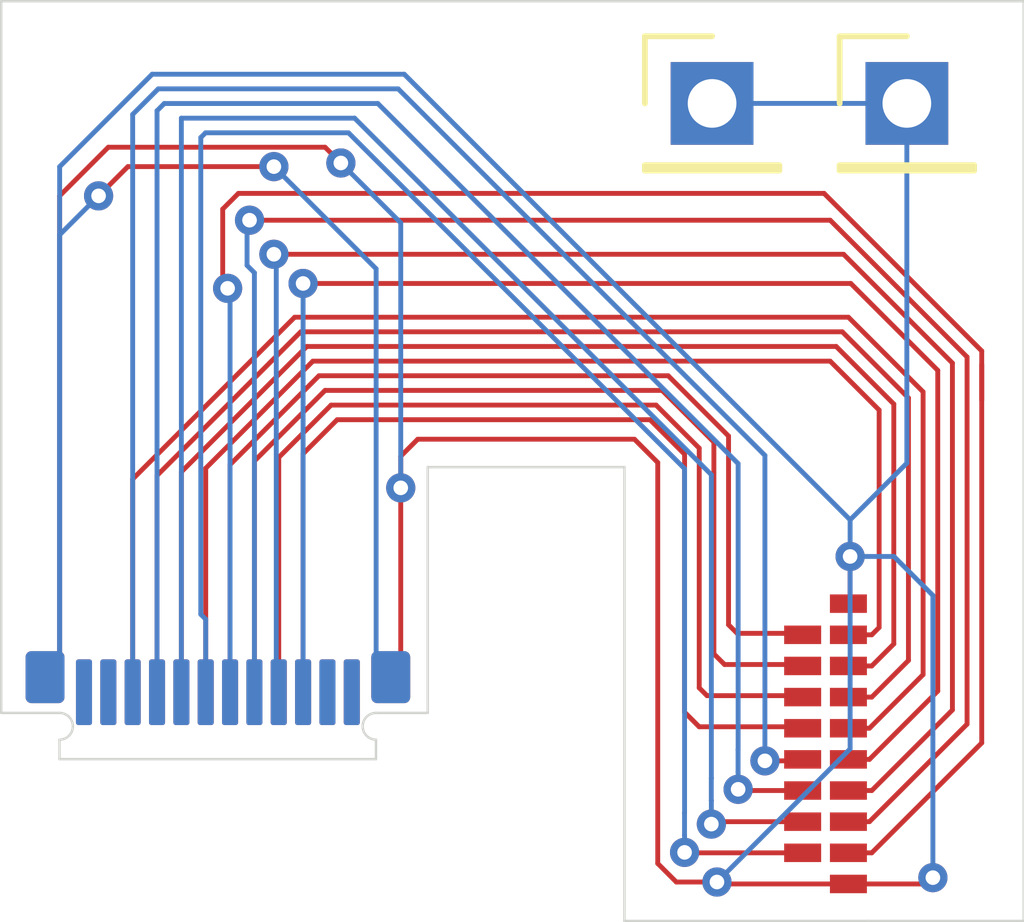
<source format=kicad_pcb>
(kicad_pcb (version 20241229) (generator "pcbnew") (generator_version "9.0")
  (layers (0 "F.Cu" signal) (2 "B.Cu" signal) (13 "F.Paste" user) (15 "B.Paste" user) (5 "F.SilkS" user "F.Silkscreen") (7 "B.SilkS" user "B.Silkscreen") (1 "F.Mask" user) (3 "B.Mask" user) (25 "Edge.Cuts" user))
  (net 0 "")
  (net 1 "GND")
  (net 2 "Net-(J1-Pad4)")
  (net 3 "Net-(J1-Pad11)")
  (net 4 "Net-(J1-Pad6)")
  (net 5 "Net-(J1-Pad9)")
  (net 6 "Net-(J1-Pad14)")
  (net 7 "Net-(J1-Pad0)")
  (net 8 "Net-(J1-Pad12)")
  (net 9 "Net-(J1-Pad7)")
  (net 10 "Net-(J1-Pad10)")
  (net 11 "Net-(J1-Pad3)")
  (net 12 "Net-(J1-Pad13)")
  (net 13 "Net-(J1-Pad1)")
  (net 14 "Net-(J1-Pad15)")
  (net 15 "Net-(J1-Pad5)")
  (net 16 "Net-(J1-Pad2)")
  (net 17 "Net-(J1-Pad8)")
  (footprint "Connector_PinHeader_2.54mm:PinHeader_1x01_P2.54mm_Vertical" (layer "F.Cu") (at 149.2 91.2)
    (property "Reference" "J3" (hide yes))
    (property "Value" "Conn_01x01_Pin" (hide yes))
    (fp_line (start -1.38 -1.38) (end 0 -1.38) (stroke (width 0.12)) (layer "F.SilkS"))
    (fp_line (start -1.38 0) (end -1.38 -1.38) (stroke (width 0.12)) (layer "F.SilkS"))
    (fp_line (start -1.38 1.27) (end -1.38 1.38) (stroke (width 0.12)) (layer "F.SilkS"))
    (fp_line (start -1.38 1.27) (end 1.38 1.27) (stroke (width 0.12)) (layer "F.SilkS"))
    (fp_line (start -1.38 1.38) (end 1.38 1.38) (stroke (width 0.12)) (layer "F.SilkS"))
    (fp_line (start 1.38 1.27) (end 1.38 1.38) (stroke (width 0.12)) (layer "F.SilkS"))
    (pad "1" thru_hole rect (at 0 0) (size 1.7 1.7) (drill 1) (layers "*.Cu" "*.Mask") (net 1 "GND"))
  )
  (footprint "USBPlug:699C124-2A6-111 USB Plug_first half" (layer "F.Cu") (at 134.8 100.3)
    (property "Reference" "U1" (hide yes))
    (property "Value" "~" (hide yes))
    (pad "0" smd roundrect (at -2.5 3) (size 0.33 1.35) (layers "F.Cu" "F.Mask" "F.Paste") (roundrect_rratio 0.1515151515))
    (pad "1" smd roundrect (at -2 3) (size 0.33 1.35) (layers "F.Cu" "F.Mask" "F.Paste") (roundrect_rratio 0.1515151515))
    (pad "2" smd roundrect (at -1.5 3) (size 0.33 1.35) (layers "F.Cu" "F.Mask" "F.Paste") (roundrect_rratio 0.1515151515) (net 7 "Net-(J1-Pad0)"))
    (pad "3" smd roundrect (at -1 3) (size 0.33 1.35) (layers "F.Cu" "F.Mask" "F.Paste") (roundrect_rratio 0.1515151515) (net 13 "Net-(J1-Pad1)"))
    (pad "4" smd roundrect (at -0.5 3) (size 0.33 1.35) (layers "F.Cu" "F.Mask" "F.Paste") (roundrect_rratio 0.1515151515) (net 16 "Net-(J1-Pad2)"))
    (pad "5" smd roundrect (at 0 3) (size 0.33 1.35) (layers "F.Cu" "F.Mask" "F.Paste") (roundrect_rratio 0.1515151515) (net 11 "Net-(J1-Pad3)"))
    (pad "6" smd roundrect (at 0.5 3) (size 0.33 1.35) (layers "F.Cu" "F.Mask" "F.Paste") (roundrect_rratio 0.1515151515) (net 2 "Net-(J1-Pad4)"))
    (pad "7" smd roundrect (at 1 3) (size 0.33 1.35) (layers "F.Cu" "F.Mask" "F.Paste") (roundrect_rratio 0.1515151515) (net 15 "Net-(J1-Pad5)"))
    (pad "8" smd roundrect (at 1.5 3) (size 0.33 1.35) (layers "F.Cu" "F.Mask" "F.Paste") (roundrect_rratio 0.1515151515) (net 4 "Net-(J1-Pad6)"))
    (pad "9" smd roundrect (at 2 3) (size 0.33 1.35) (layers "F.Cu" "F.Mask" "F.Paste") (roundrect_rratio 0.1515151515) (net 9 "Net-(J1-Pad7)"))
    (pad "10" smd roundrect (at 2.5 3) (size 0.33 1.35) (layers "F.Cu" "F.Mask" "F.Paste") (roundrect_rratio 0.1515151515))
    (pad "11" smd roundrect (at 3 3) (size 0.33 1.35) (layers "F.Cu" "F.Mask" "F.Paste") (roundrect_rratio 0.1515151515))
    (pad "24" smd roundrect (at -3 3 180) (size 0.8 1.07) (drill (offset 0.3 0.31)) (layers "F.Cu" "F.Mask" "F.Paste") (roundrect_rratio 0.15) (net 1 "GND"))
    (pad "25" smd roundrect (at 3.5 3) (size 0.8 1.07) (drill (offset 0.3 -0.31)) (layers "F.Cu" "F.Mask" "F.Paste") (roundrect_rratio 0.15) (net 1 "GND"))
  )
  (footprint "Connector_PinHeader_2.54mm:PinHeader_1x01_P2.54mm_Vertical" (layer "F.Cu") (at 145.2 91.2)
    (property "Reference" "J4" (hide yes))
    (property "Value" "Conn_01x01_Pin" (hide yes))
    (fp_line (start -1.38 -1.38) (end 0 -1.38) (stroke (width 0.12)) (layer "F.SilkS"))
    (fp_line (start -1.38 0) (end -1.38 -1.38) (stroke (width 0.12)) (layer "F.SilkS"))
    (fp_line (start -1.38 1.27) (end -1.38 1.38) (stroke (width 0.12)) (layer "F.SilkS"))
    (fp_line (start -1.38 1.27) (end 1.38 1.27) (stroke (width 0.12)) (layer "F.SilkS"))
    (fp_line (start -1.38 1.38) (end 1.38 1.38) (stroke (width 0.12)) (layer "F.SilkS"))
    (fp_line (start 1.38 1.27) (end 1.38 1.38) (stroke (width 0.12)) (layer "F.SilkS"))
    (pad "1" thru_hole rect (at 0 0) (size 1.7 1.7) (drill 1) (layers "*.Cu" "*.Mask") (net 1 "GND"))
  )
  (footprint "18pinOmnetics:CONN18_NPD-18-AA_OMN" (layer "F.Cu") (at 148.94 104.04 90)
    (property "Reference" "J1" (hide yes))
    (property "Value" "A79040-001" (hide yes))
    (pad "0" smd rect (at 0 -0.94 90) (size 0.38 0.76) (layers "F.Cu" "F.Mask" "F.Paste") (net 7 "Net-(J1-Pad0)"))
    (pad "1" smd rect (at 0.64 -0.94 90) (size 0.38 0.76) (layers "F.Cu" "F.Mask" "F.Paste") (net 13 "Net-(J1-Pad1)"))
    (pad "2" smd rect (at 1.28 -0.94 90) (size 0.38 0.76) (layers "F.Cu" "F.Mask" "F.Paste") (net 16 "Net-(J1-Pad2)"))
    (pad "3" smd rect (at 1.92 -0.94 90) (size 0.38 0.76) (layers "F.Cu" "F.Mask" "F.Paste") (net 11 "Net-(J1-Pad3)"))
    (pad "4" smd rect (at 1.92 -1.88 90) (size 0.38 0.76) (layers "F.Cu" "F.Mask" "F.Paste") (net 2 "Net-(J1-Pad4)"))
    (pad "5" smd rect (at 1.28 -1.88 90) (size 0.38 0.76) (layers "F.Cu" "F.Mask" "F.Paste") (net 15 "Net-(J1-Pad5)"))
    (pad "6" smd rect (at 0.64 -1.88 90) (size 0.38 0.76) (layers "F.Cu" "F.Mask" "F.Paste") (net 4 "Net-(J1-Pad6)"))
    (pad "7" smd rect (at 0 -1.88 90) (size 0.38 0.76) (layers "F.Cu" "F.Mask" "F.Paste") (net 9 "Net-(J1-Pad7)"))
    (pad "8" smd rect (at -0.64 -1.88 90) (size 0.38 0.76) (layers "F.Cu" "F.Mask" "F.Paste") (net 17 "Net-(J1-Pad8)"))
    (pad "9" smd rect (at -1.28 -1.88 90) (size 0.38 0.76) (layers "F.Cu" "F.Mask" "F.Paste") (net 5 "Net-(J1-Pad9)"))
    (pad "10" smd rect (at -1.92 -1.88 90) (size 0.38 0.76) (layers "F.Cu" "F.Mask" "F.Paste") (net 10 "Net-(J1-Pad10)"))
    (pad "11" smd rect (at -2.56 -1.88 90) (size 0.38 0.76) (layers "F.Cu" "F.Mask" "F.Paste") (net 3 "Net-(J1-Pad11)"))
    (pad "12" smd rect (at -2.56 -0.94 90) (size 0.38 0.76) (layers "F.Cu" "F.Mask" "F.Paste") (net 8 "Net-(J1-Pad12)"))
    (pad "13" smd rect (at -1.92 -0.94 90) (size 0.38 0.76) (layers "F.Cu" "F.Mask" "F.Paste") (net 12 "Net-(J1-Pad13)"))
    (pad "14" smd rect (at -1.28 -0.94 90) (size 0.38 0.76) (layers "F.Cu" "F.Mask" "F.Paste") (net 6 "Net-(J1-Pad14)"))
    (pad "15" smd rect (at -0.64 -0.94 90) (size 0.38 0.76) (layers "F.Cu" "F.Mask" "F.Paste") (net 14 "Net-(J1-Pad15)"))
    (pad "16" smd rect (at -3.2 -0.94 90) (size 0.38 0.76) (layers "F.Cu" "F.Mask" "F.Paste") (net 1 "GND"))
    (pad "17" smd rect (at 2.56 -0.94 90) (size 0.38 0.76) (layers "F.Cu" "F.Mask" "F.Paste") (net 1 "GND"))
  )
  (footprint "USBPlug:699C124-2A6-111 USB Plug_second half" (layer "B.Cu") (at 134.8 106.3)
    (property "Reference" "U2" (hide yes))
    (property "Value" "~" (hide yes))
    (pad "12" smd roundrect (at -2.5 -3) (size 0.33 1.35) (layers "B.Cu" "B.Mask" "B.Paste") (roundrect_rratio 0.1515151515))
    (pad "13" smd roundrect (at -2 -3) (size 0.33 1.35) (layers "B.Cu" "B.Mask" "B.Paste") (roundrect_rratio 0.1515151515))
    (pad "14" smd roundrect (at -1.5 -3) (size 0.33 1.35) (layers "B.Cu" "B.Mask" "B.Paste") (roundrect_rratio 0.1515151515) (net 17 "Net-(J1-Pad8)"))
    (pad "15" smd roundrect (at -1 -3) (size 0.33 1.35) (layers "B.Cu" "B.Mask" "B.Paste") (roundrect_rratio 0.1515151515) (net 5 "Net-(J1-Pad9)"))
    (pad "16" smd roundrect (at -0.5 -3) (size 0.33 1.35) (layers "B.Cu" "B.Mask" "B.Paste") (roundrect_rratio 0.1515151515) (net 10 "Net-(J1-Pad10)"))
    (pad "17" smd roundrect (at 0 -3) (size 0.33 1.35) (layers "B.Cu" "B.Mask" "B.Paste") (roundrect_rratio 0.1515151515) (net 3 "Net-(J1-Pad11)"))
    (pad "18" smd roundrect (at 0.5 -3) (size 0.33 1.35) (layers "B.Cu" "B.Mask" "B.Paste") (roundrect_rratio 0.1515151515) (net 8 "Net-(J1-Pad12)"))
    (pad "19" smd roundrect (at 1 -3) (size 0.33 1.35) (layers "B.Cu" "B.Mask" "B.Paste") (roundrect_rratio 0.1515151515) (net 12 "Net-(J1-Pad13)"))
    (pad "20" smd roundrect (at 1.5 -3) (size 0.33 1.35) (layers "B.Cu" "B.Mask" "B.Paste") (roundrect_rratio 0.1515151515) (net 6 "Net-(J1-Pad14)"))
    (pad "21" smd roundrect (at 2 -3) (size 0.33 1.35) (layers "B.Cu" "B.Mask" "B.Paste") (roundrect_rratio 0.1515151515) (net 14 "Net-(J1-Pad15)"))
    (pad "22" smd roundrect (at 2.5 -3) (size 0.33 1.35) (layers "B.Cu" "B.Mask" "B.Paste") (roundrect_rratio 0.1515151515))
    (pad "23" smd roundrect (at 3 -3) (size 0.33 1.35) (layers "B.Cu" "B.Mask" "B.Paste") (roundrect_rratio 0.1515151515))
    (pad "26" smd roundrect (at -3 -3.3 180) (size 0.8 1.07) (drill (offset 0.3 0.01)) (layers "B.Cu" "B.Mask" "B.Paste") (roundrect_rratio 0.15) (net 1 "GND"))
    (pad "27" smd roundrect (at 3.5 -3.3) (size 0.8 1.07) (drill (offset 0.3 -0.01)) (layers "B.Cu" "B.Mask" "B.Paste") (roundrect_rratio 0.15) (net 1 "GND"))
  )
  (gr_arc (start 138.297 104.27498) (mid 138.025 104) (end 138.3 103.725) (stroke (width 0.05)) (layer "Edge.Cuts"))
  (gr_line (start 130.6 89.1) (end 151.6 89.1) (stroke (width 0.05)) (layer "Edge.Cuts"))
  (gr_line (start 143.4 98.675) (end 143.4 108) (stroke (width 0.05)) (layer "Edge.Cuts"))
  (gr_line (start 139.3595 103.725) (end 139.3595 98.675) (stroke (width 0.05)) (layer "Edge.Cuts"))
  (gr_line (start 138.3 103.725) (end 139.3595 103.725) (stroke (width 0.05)) (layer "Edge.Cuts"))
  (gr_line (start 139.3595 98.675) (end 143.4 98.675) (stroke (width 0.05)) (layer "Edge.Cuts"))
  (gr_line (start 143.4 108) (end 148.4 108) (stroke (width 0.05)) (layer "Edge.Cuts"))
  (gr_line (start 131.797 104.275) (end 131.797 104.675) (stroke (width 0.05)) (layer "Edge.Cuts"))
  (gr_line (start 138.297 104.27498) (end 138.297 104.675) (stroke (width 0.05)) (layer "Edge.Cuts"))
  (gr_arc (start 131.797 103.725) (mid 132.072 104) (end 131.797 104.275) (stroke (width 0.05)) (layer "Edge.Cuts"))
  (gr_line (start 151.6 89.1) (end 151.6 108) (stroke (width 0.05)) (layer "Edge.Cuts"))
  (gr_line (start 148.4 108) (end 151.6 108) (stroke (width 0.05)) (layer "Edge.Cuts"))
  (gr_line (start 138.297 104.675) (end 131.797 104.675) (stroke (width 0.05)) (layer "Edge.Cuts"))
  (gr_line (start 130.6 89.1) (end 130.6 103.725) (stroke (width 0.05)) (layer "Edge.Cuts"))
  (gr_line (start 131.797 103.725) (end 130.6 103.725) (stroke (width 0.05)) (layer "Edge.Cuts"))
  (segment (start 148.035 101.445) (end 148 101.48) (width 0.1) (layer "F.Cu") (net 1))
  (segment (start 139.155268 98.1) (end 143.604232 98.1) (width 0.1) (layer "F.Cu") (net 1))
  (segment (start 144.084 98.579768) (end 144.084 106.819181) (width 0.1) (layer "F.Cu") (net 1))
  (segment (start 138.8055 99.1) (end 138.8055 102.7945) (width 0.1) (layer "F.Cu") (net 1))
  (segment (start 136.2 92.499) (end 133.201 92.499) (width 0.1) (layer "F.Cu") (net 1))
  (segment (start 137.251414 92.1) (end 132.8 92.1) (width 0.1) (layer "F.Cu") (net 1))
  (segment (start 138.3 103.3) (end 138.8085 102.7915) (width 0.1) (layer "F.Cu") (net 1))
  (segment (start 148 107.24) (end 149.605 107.24) (width 0.1) (layer "F.Cu") (net 1))
  (segment (start 149.605 107.24) (end 149.735 107.11) (width 0.1) (layer "F.Cu") (net 1))
  (segment (start 132.8 92.1) (end 131.8 93.1) (width 0.1) (layer "F.Cu") (net 1))
  (segment (start 145.34 107.24) (end 148 107.24) (width 0.1) (layer "F.Cu") (net 1))
  (segment (start 145.3 107.2) (end 145.34 107.24) (width 0.1) (layer "F.Cu") (net 1))
  (segment (start 144.464819 107.2) (end 145.3 107.2) (width 0.1) (layer "F.Cu") (net 1))
  (segment (start 143.604232 98.1) (end 144.084 98.579768) (width 0.1) (layer "F.Cu") (net 1))
  (segment (start 144.084 106.819181) (end 144.464819 107.2) (width 0.1) (layer "F.Cu") (net 1))
  (segment (start 133.201 92.499) (end 132.6 93.1) (width 0.1) (layer "F.Cu") (net 1))
  (segment (start 138.8055 98.449768) (end 139.155268 98.1) (width 0.1) (layer "F.Cu") (net 1))
  (segment (start 138.8055 99.1) (end 138.8055 98.449768) (width 0.1) (layer "F.Cu") (net 1))
  (segment (start 137.575707 92.424293) (end 137.251414 92.1) (width 0.1) (layer "F.Cu") (net 1))
  (segment (start 131.8 93.1) (end 131.8 103.3) (width 0.1) (layer "F.Cu") (net 1))
  (segment (start 138.8055 102.7945) (end 138.3 103.3) (width 0.1) (layer "F.Cu") (net 1))
  (segment (start 148.035 100.51) (end 148.035 101.445) (width 0.1) (layer "F.Cu") (net 1))
  (via (at 149.735 107.11) (size 0.6) (drill 0.3) (layers "F.Cu" "B.Cu") (net 1))
  (via (at 136.2 92.499) (size 0.6) (drill 0.3) (layers "F.Cu" "B.Cu") (net 1))
  (via (at 137.575707 92.424293) (size 0.6) (drill 0.3) (layers "F.Cu" "B.Cu") (net 1))
  (via (at 138.8055 99.1) (size 0.6) (drill 0.3) (layers "F.Cu" "B.Cu") (net 1))
  (via (at 132.6 93.1) (size 0.6) (drill 0.3) (layers "F.Cu" "B.Cu") (net 1))
  (via (at 145.3 107.2) (size 0.6) (drill 0.3) (layers "F.Cu" "B.Cu") (net 1))
  (via (at 148.035 100.51) (size 0.6) (drill 0.3) (layers "F.Cu" "B.Cu") (net 1))
  (segment (start 148.035 99.757479) (end 148.035 100.51) (width 0.1) (layer "B.Cu") (net 1))
  (segment (start 145.2 91.2) (end 149.2 91.2) (width 0.1) (layer "B.Cu") (net 1))
  (segment (start 149.735 107.11) (end 149.735 101.31) (width 0.1) (layer "B.Cu") (net 1))
  (segment (start 148.035 99.757479) (end 149.2 98.592479) (width 0.1) (layer "B.Cu") (net 1))
  (segment (start 133.7 90.6) (end 138.877521 90.6) (width 0.1) (layer "B.Cu") (net 1))
  (segment (start 149.2 98.592479) (end 149.2 91.2) (width 0.1) (layer "B.Cu") (net 1))
  (segment (start 132.6 93.1) (end 131.8 93.9) (width 0.1) (layer "B.Cu") (net 1))
  (segment (start 148.935 100.51) (end 148.035 100.51) (width 0.1) (layer "B.Cu") (net 1))
  (segment (start 131.8 93.9) (end 131.8 103) (width 0.1) (layer "B.Cu") (net 1))
  (segment (start 138.877521 90.6) (end 148.035 99.757479) (width 0.1) (layer "B.Cu") (net 1))
  (segment (start 138.3 94.599) (end 136.2 92.499) (width 0.1) (layer "B.Cu") (net 1))
  (segment (start 138.8055 99.1) (end 138.8055 93.654086) (width 0.1) (layer "B.Cu") (net 1))
  (segment (start 138.8055 93.654086) (end 137.575707 92.424293) (width 0.1) (layer "B.Cu") (net 1))
  (segment (start 131.8 92.5) (end 133.7 90.6) (width 0.1) (layer "B.Cu") (net 1))
  (segment (start 148.035 104.465) (end 148.035 100.51) (width 0.1) (layer "B.Cu") (net 1))
  (segment (start 145.3 107.2) (end 148.035 104.465) (width 0.1) (layer "B.Cu") (net 1))
  (segment (start 138.3 103) (end 138.3 94.599) (width 0.1) (layer "B.Cu") (net 1))
  (segment (start 149.735 101.31) (end 148.935 100.51) (width 0.1) (layer "B.Cu") (net 1))
  (segment (start 131.8 103) (end 131.8 92.5) (width 0.1) (layer "B.Cu") (net 1))
  (segment (start 145.538 101.913) (end 145.715 102.09) (width 0.1) (layer "F.Cu") (net 2))
  (segment (start 144.299034 96.797) (end 145.538 98.035966) (width 0.1) (layer "F.Cu") (net 2))
  (segment (start 137.125966 96.797) (end 144.299034 96.797) (width 0.1) (layer "F.Cu") (net 2))
  (segment (start 145.715 102.09) (end 147.03 102.09) (width 0.1) (layer "F.Cu") (net 2))
  (segment (start 135.3 103.3) (end 135.3 98.622966) (width 0.1) (layer "F.Cu") (net 2))
  (segment (start 147.03 102.09) (end 147.06 102.12) (width 0.1) (layer "F.Cu") (net 2))
  (segment (start 135.3 98.622966) (end 137.125966 96.797) (width 0.1) (layer "F.Cu") (net 2))
  (segment (start 145.538 98.035966) (end 145.538 101.913) (width 0.1) (layer "F.Cu") (net 2))
  (segment (start 144.635 106.590949) (end 144.644051 106.6) (width 0.1) (layer "F.Cu") (net 3))
  (segment (start 144.644051 106.6) (end 147.06 106.6) (width 0.1) (layer "F.Cu") (net 3))
  (via (at 144.635 106.590949) (size 0.6) (drill 0.3) (layers "F.Cu" "B.Cu") (net 3))
  (segment (start 144.635 105.780768) (end 144.634 105.781768) (width 0.1) (layer "B.Cu") (net 3))
  (segment (start 134.699 101.699) (end 134.699 91.901) (width 0.1) (layer "B.Cu") (net 3))
  (segment (start 144.634 105.781768) (end 144.634 106.238232) (width 0.1) (layer "B.Cu") (net 3))
  (segment (start 134.8 101.8) (end 134.699 101.699) (width 0.1) (layer "B.Cu") (net 3))
  (segment (start 144.634 106.238232) (end 144.635 106.239232) (width 0.1) (layer "B.Cu") (net 3))
  (segment (start 134.796 91.804) (end 137.733232 91.804) (width 0.1) (layer "B.Cu") (net 3))
  (segment (start 134.8 103.3) (end 134.8 101.8) (width 0.1) (layer "B.Cu") (net 3))
  (segment (start 144.635 98.705768) (end 144.635 105.780768) (width 0.1) (layer "B.Cu") (net 3))
  (segment (start 144.635 106.239232) (end 144.635 106.590949) (width 0.1) (layer "B.Cu") (net 3))
  (segment (start 134.699 91.901) (end 134.796 91.804) (width 0.1) (layer "B.Cu") (net 3))
  (segment (start 137.733232 91.804) (end 144.635 98.705768) (width 0.1) (layer "B.Cu") (net 3))
  (segment (start 144.936 98.285322) (end 144.936 103.211) (width 0.1) (layer "F.Cu") (net 4))
  (segment (start 136.3 98.474322) (end 137.375322 97.399) (width 0.1) (layer "F.Cu") (net 4))
  (segment (start 137.375322 97.399) (end 144.049678 97.399) (width 0.1) (layer "F.Cu") (net 4))
  (segment (start 145.095 103.37) (end 147.03 103.37) (width 0.1) (layer "F.Cu") (net 4))
  (segment (start 144.049678 97.399) (end 144.936 98.285322) (width 0.1) (layer "F.Cu") (net 4))
  (segment (start 144.936 103.211) (end 145.095 103.37) (width 0.1) (layer "F.Cu") (net 4))
  (segment (start 147.03 103.37) (end 147.06 103.4) (width 0.1) (layer "F.Cu") (net 4))
  (segment (start 136.3 103.3) (end 136.3 98.474322) (width 0.1) (layer "F.Cu") (net 4))
  (segment (start 145.735 105.294933) (end 145.760067 105.32) (width 0.1) (layer "F.Cu") (net 5))
  (segment (start 145.760067 105.32) (end 147.06 105.32) (width 0.1) (layer "F.Cu") (net 5))
  (via (at 145.735 105.294933) (size 0.6) (drill 0.3) (layers "F.Cu" "B.Cu") (net 5))
  (segment (start 145.735 104.480768) (end 145.734 104.481768) (width 0.1) (layer "B.Cu") (net 5))
  (segment (start 133.8 103.3) (end 133.8 91.351356) (width 0.1) (layer "B.Cu") (net 5))
  (segment (start 145.735 98.601768) (end 145.735 104.480768) (width 0.1) (layer "B.Cu") (net 5))
  (segment (start 133.949356 91.202) (end 138.335232 91.202) (width 0.1) (layer "B.Cu") (net 5))
  (segment (start 138.335232 91.202) (end 145.735 98.601768) (width 0.1) (layer "B.Cu") (net 5))
  (segment (start 145.734 104.938232) (end 145.735 104.939232) (width 0.1) (layer "B.Cu") (net 5))
  (segment (start 145.734 104.481768) (end 145.734 104.938232) (width 0.1) (layer "B.Cu") (net 5))
  (segment (start 145.735 104.939232) (end 145.735 105.294933) (width 0.1) (layer "B.Cu") (net 5))
  (segment (start 133.8 91.351356) (end 133.949356 91.202) (width 0.1) (layer "B.Cu") (net 5))
  (segment (start 136.2 94.3) (end 147.9 94.3) (width 0.1) (layer "F.Cu") (net 6))
  (segment (start 150.136 96.536) (end 150.136 103.664) (width 0.1) (layer "F.Cu") (net 6))
  (segment (start 147.9 94.3) (end 150.136 96.536) (width 0.1) (layer "F.Cu") (net 6))
  (segment (start 150.136 103.664) (end 148.48 105.32) (width 0.1) (layer "F.Cu") (net 6))
  (segment (start 148.48 105.32) (end 148 105.32) (width 0.1) (layer "F.Cu") (net 6))
  (via (at 136.2 94.3) (size 0.6) (drill 0.3) (layers "F.Cu" "B.Cu") (net 6))
  (segment (start 136.3 103.3) (end 136.249 103.249) (width 0.1) (layer "B.Cu") (net 6))
  (segment (start 136.249 94.349) (end 136.2 94.3) (width 0.1) (layer "B.Cu") (net 6))
  (segment (start 136.249 103.249) (end 136.249 94.349) (width 0.1) (layer "B.Cu") (net 6))
  (segment (start 149.534 102.938) (end 148.432 104.04) (width 0.1) (layer "F.Cu") (net 7))
  (segment (start 149.534 97.127966) (end 149.534 102.938) (width 0.1) (layer "F.Cu") (net 7))
  (segment (start 133.3 98.920254) (end 136.627254 95.593) (width 0.1) (layer "F.Cu") (net 7))
  (segment (start 136.627254 95.593) (end 147.999034 95.593) (width 0.1) (layer "F.Cu") (net 7))
  (segment (start 133.3 103.3) (end 133.3 98.920254) (width 0.1) (layer "F.Cu") (net 7))
  (segment (start 148.432 104.04) (end 148 104.04) (width 0.1) (layer "F.Cu") (net 7))
  (segment (start 147.999034 95.593) (end 149.534 97.127966) (width 0.1) (layer "F.Cu") (net 7))
  (segment (start 150.738 104.342) (end 148.48 106.6) (width 0.1) (layer "F.Cu") (net 8))
  (segment (start 135.25 95) (end 135.149 94.899) (width 0.1) (layer "F.Cu") (net 8))
  (segment (start 135.149 94.899) (end 135.149 93.371768) (width 0.1) (layer "F.Cu") (net 8))
  (segment (start 150.738 96.286644) (end 150.738 97.3) (width 0.1) (layer "F.Cu") (net 8))
  (segment (start 147.500356 93.049) (end 150.738 96.286644) (width 0.1) (layer "F.Cu") (net 8))
  (segment (start 150.738 96.561644) (end 150.738 104.342) (width 0.1) (layer "F.Cu") (net 8))
  (segment (start 135.149 93.371768) (end 135.471768 93.049) (width 0.1) (layer "F.Cu") (net 8))
  (segment (start 135.471768 93.049) (end 147.500356 93.049) (width 0.1) (layer "F.Cu") (net 8))
  (segment (start 148.48 106.6) (end 148 106.6) (width 0.1) (layer "F.Cu") (net 8))
  (via (at 135.25 95) (size 0.6) (drill 0.3) (layers "F.Cu" "B.Cu") (net 8))
  (segment (start 135.3 103.3) (end 135.3 95.05) (width 0.1) (layer "B.Cu") (net 8))
  (segment (start 135.3 95.05) (end 135.25 95) (width 0.1) (layer "B.Cu") (net 8))
  (segment (start 144.635 98.41) (end 144.635 103.71) (width 0.1) (layer "F.Cu") (net 9))
  (segment (start 144.635 103.71) (end 144.935 104.01) (width 0.1) (layer "F.Cu") (net 9))
  (segment (start 144.935 104.01) (end 147.03 104.01) (width 0.1) (layer "F.Cu") (net 9))
  (segment (start 136.8 98.4) (end 137.5 97.7) (width 0.1) (layer "F.Cu") (net 9))
  (segment (start 136.8 103.3) (end 136.8 98.4) (width 0.1) (layer "F.Cu") (net 9))
  (segment (start 137.5 97.7) (end 143.925 97.7) (width 0.1) (layer "F.Cu") (net 9))
  (segment (start 147.03 104.01) (end 147.06 104.04) (width 0.1) (layer "F.Cu") (net 9))
  (segment (start 143.925 97.7) (end 144.635 98.41) (width 0.1) (layer "F.Cu") (net 9))
  (segment (start 145.185 106.01) (end 145.235 105.96) (width 0.1) (layer "F.Cu") (net 10))
  (segment (start 145.185 106.01) (end 145.265 105.93) (width 0.1) (layer "F.Cu") (net 10))
  (segment (start 145.235 105.96) (end 147.06 105.96) (width 0.1) (layer "F.Cu") (net 10))
  (via (at 145.185 106.01) (size 0.6) (drill 0.3) (layers "F.Cu" "B.Cu") (net 10))
  (segment (start 145.184 105.523165) (end 145.185 105.524165) (width 0.1) (layer "B.Cu") (net 10))
  (segment (start 145.185 105.065701) (end 145.184 105.066701) (width 0.1) (layer "B.Cu") (net 10))
  (segment (start 134.3 91.503) (end 137.85791 91.503) (width 0.1) (layer "B.Cu") (net 10))
  (segment (start 145.185 98.83009) (end 145.185 105.065701) (width 0.1) (layer "B.Cu") (net 10))
  (segment (start 137.85791 91.503) (end 145.185 98.83009) (width 0.1) (layer "B.Cu") (net 10))
  (segment (start 145.184 105.066701) (end 145.184 105.523165) (width 0.1) (layer "B.Cu") (net 10))
  (segment (start 134.3 103.3) (end 134.3 91.503) (width 0.1) (layer "B.Cu") (net 10))
  (segment (start 145.185 105.524165) (end 145.185 106.01) (width 0.1) (layer "B.Cu") (net 10))
  (segment (start 147.625 96.496) (end 148.631 97.502) (width 0.1) (layer "F.Cu") (net 11))
  (segment (start 134.8 98.697288) (end 137.001288 96.496) (width 0.1) (layer "F.Cu") (net 11))
  (segment (start 148.48 102.12) (end 148 102.12) (width 0.1) (layer "F.Cu") (net 11))
  (segment (start 137.001288 96.496) (end 147.625 96.496) (width 0.1) (layer "F.Cu") (net 11))
  (segment (start 148.631 97.502) (end 148.631 101.969) (width 0.1) (layer "F.Cu") (net 11))
  (segment (start 148.631 101.969) (end 148.48 102.12) (width 0.1) (layer "F.Cu") (net 11))
  (segment (start 134.8 103.3) (end 134.8 98.697288) (width 0.1) (layer "F.Cu") (net 11))
  (segment (start 150.437 96.411322) (end 150.437 103.955) (width 0.1) (layer "F.Cu") (net 12))
  (segment (start 135.7 93.6) (end 147.625678 93.6) (width 0.1) (layer "F.Cu") (net 12))
  (segment (start 148.432 105.96) (end 148 105.96) (width 0.1) (layer "F.Cu") (net 12))
  (segment (start 147.625678 93.6) (end 150.437 96.411322) (width 0.1) (layer "F.Cu") (net 12))
  (segment (start 150.437 103.955) (end 148.432 105.96) (width 0.1) (layer "F.Cu") (net 12))
  (via (at 135.7 93.6) (size 0.6) (drill 0.3) (layers "F.Cu" "B.Cu") (net 12))
  (segment (start 135.649 93.651) (end 135.7 93.6) (width 0.1) (layer "B.Cu") (net 12))
  (segment (start 135.649 94.528232) (end 135.649 93.651) (width 0.1) (layer "B.Cu") (net 12))
  (segment (start 135.8 94.679232) (end 135.649 94.528232) (width 0.1) (layer "B.Cu") (net 12))
  (segment (start 135.8 103.3) (end 135.8 94.679232) (width 0.1) (layer "B.Cu") (net 12))
  (segment (start 149.233 97.252644) (end 149.233 102.647) (width 0.1) (layer "F.Cu") (net 13))
  (segment (start 147.874356 95.894) (end 149.233 97.252644) (width 0.1) (layer "F.Cu") (net 13))
  (segment (start 149.233 102.647) (end 148.48 103.4) (width 0.1) (layer "F.Cu") (net 13))
  (segment (start 136.751932 95.894) (end 147.874356 95.894) (width 0.1) (layer "F.Cu") (net 13))
  (segment (start 148.48 103.4) (end 148 103.4) (width 0.1) (layer "F.Cu") (net 13))
  (segment (start 133.8 98.845932) (end 136.751932 95.894) (width 0.1) (layer "F.Cu") (net 13))
  (segment (start 133.8 103.3) (end 133.8 98.845932) (width 0.1) (layer "F.Cu") (net 13))
  (segment (start 136.8 94.9) (end 148.048678 94.9) (width 0.1) (layer "F.Cu") (net 14))
  (segment (start 149.835 96.686322) (end 149.835 103.277) (width 0.1) (layer "F.Cu") (net 14))
  (segment (start 148.432 104.68) (end 148 104.68) (width 0.1) (layer "F.Cu") (net 14))
  (segment (start 148.048678 94.9) (end 149.835 96.686322) (width 0.1) (layer "F.Cu") (net 14))
  (segment (start 149.835 103.277) (end 148.432 104.68) (width 0.1) (layer "F.Cu") (net 14))
  (via (at 136.8 94.9) (size 0.6) (drill 0.3) (layers "F.Cu" "B.Cu") (net 14))
  (segment (start 136.8 103.3) (end 136.8 94.9) (width 0.1) (layer "B.Cu") (net 14))
  (segment (start 144.174356 97.098) (end 145.237 98.160644) (width 0.1) (layer "F.Cu") (net 15))
  (segment (start 137.250644 97.098) (end 144.174356 97.098) (width 0.1) (layer "F.Cu") (net 15))
  (segment (start 145.237 98.160644) (end 145.237 102.512) (width 0.1) (layer "F.Cu") (net 15))
  (segment (start 145.237 102.512) (end 145.455 102.73) (width 0.1) (layer "F.Cu") (net 15))
  (segment (start 145.455 102.73) (end 147.03 102.73) (width 0.1) (layer "F.Cu") (net 15))
  (segment (start 147.03 102.73) (end 147.06 102.76) (width 0.1) (layer "F.Cu") (net 15))
  (segment (start 135.8 103.3) (end 135.8 98.548644) (width 0.1) (layer "F.Cu") (net 15))
  (segment (start 135.8 98.548644) (end 137.250644 97.098) (width 0.1) (layer "F.Cu") (net 15))
  (segment (start 148.932 97.377322) (end 148.932 102.308) (width 0.1) (layer "F.Cu") (net 16))
  (segment (start 147.749678 96.195) (end 148.932 97.377322) (width 0.1) (layer "F.Cu") (net 16))
  (segment (start 148.932 102.308) (end 148.48 102.76) (width 0.1) (layer "F.Cu") (net 16))
  (segment (start 136.87661 96.195) (end 147.749678 96.195) (width 0.1) (layer "F.Cu") (net 16))
  (segment (start 148.48 102.76) (end 148 102.76) (width 0.1) (layer "F.Cu") (net 16))
  (segment (start 134.3 103.3) (end 134.3 98.77161) (width 0.1) (layer "F.Cu") (net 16))
  (segment (start 134.3 98.77161) (end 136.87661 96.195) (width 0.1) (layer "F.Cu") (net 16))
  (segment (start 146.285 104.71) (end 147.03 104.71) (width 0.1) (layer "F.Cu") (net 17))
  (segment (start 147.03 104.71) (end 147.06 104.68) (width 0.1) (layer "F.Cu") (net 17))
  (via (at 146.285 104.71) (size 0.6) (drill 0.3) (layers "F.Cu" "B.Cu") (net 17))
  (segment (start 133.3 91.425678) (end 133.824678 90.901) (width 0.1) (layer "B.Cu") (net 17))
  (segment (start 133.824678 90.901) (end 138.752843 90.901) (width 0.1) (layer "B.Cu") (net 17))
  (segment (start 146.285 98.433157) (end 146.285 104.71) (width 0.1) (layer "B.Cu") (net 17))
  (segment (start 133.3 103.3) (end 133.3 91.425678) (width 0.1) (layer "B.Cu") (net 17))
  (segment (start 138.752843 90.901) (end 146.285 98.433157) (width 0.1) (layer "B.Cu") (net 17))
)
</source>
